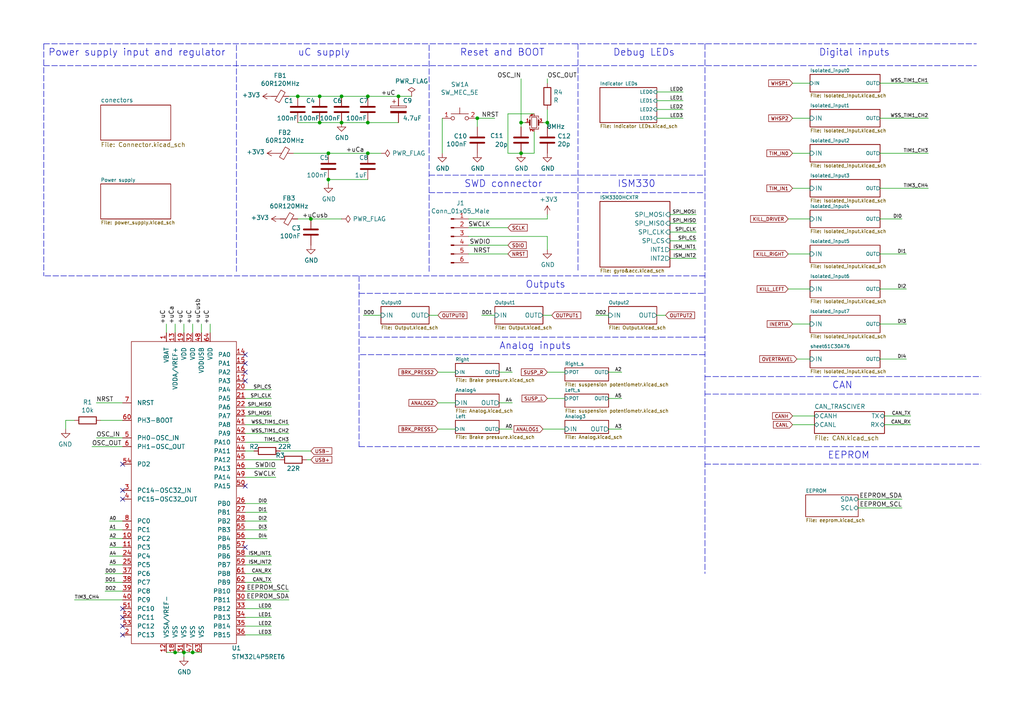
<source format=kicad_sch>
(kicad_sch (version 20211123) (generator eeschema)
  (paper "A4")
  (title_block (title "Data acquisition card main page"))
  (lib_symbols
    (symbol "Connector:Conn_01x06_Male" (pin_names (offset 1.016) hide)
      (property "Reference" "J" (at 0 7.62 0))
      (property "Value" "Conn_01x06_Male" (at 0 -10.16 0))
      (symbol "Conn_01x06_Male_1_1"
        (polyline (pts (xy 1.27 -7.62) (xy 0.8636 -7.62)) (stroke (width 0.1524)))
        (polyline (pts (xy 1.27 -5.08) (xy 0.8636 -5.08)) (stroke (width 0.1524)))
        (polyline (pts (xy 1.27 -2.54) (xy 0.8636 -2.54)) (stroke (width 0.1524)))
        (polyline (pts (xy 1.27 0) (xy 0.8636 0)) (stroke (width 0.1524)))
        (polyline (pts (xy 1.27 2.54) (xy 0.8636 2.54)) (stroke (width 0.1524)))
        (polyline (pts (xy 1.27 5.08) (xy 0.8636 5.08)) (stroke (width 0.1524)))
        (rectangle (start 0.8636 -7.493) (end 0 -7.747) (stroke (width 0.1524)) (fill (type outline)))
        (rectangle (start 0.8636 -4.953) (end 0 -5.207) (stroke (width 0.1524)) (fill (type outline)))
        (rectangle (start 0.8636 -2.413) (end 0 -2.667) (stroke (width 0.1524)) (fill (type outline)))
        (rectangle (start 0.8636 0.127) (end 0 -0.127) (stroke (width 0.1524)) (fill (type outline)))
        (rectangle (start 0.8636 2.667) (end 0 2.413) (stroke (width 0.1524)) (fill (type outline)))
        (rectangle (start 0.8636 5.207) (end 0 4.953) (stroke (width 0.1524)) (fill (type outline)))
        (pin passive line (at 5.08 5.08 180) (length 3.81) (name "Pin_1") (number "1"))
        (pin passive line (at 5.08 2.54 180) (length 3.81) (name "Pin_2") (number "2"))
        (pin passive line (at 5.08 0 180) (length 3.81) (name "Pin_3") (number "3"))
        (pin passive line (at 5.08 -2.54 180) (length 3.81) (name "Pin_4") (number "4"))
        (pin passive line (at 5.08 -5.08 180) (length 3.81) (name "Pin_5") (number "5"))
        (pin passive line (at 5.08 -7.62 180) (length 3.81) (name "Pin_6") (number "6"))
      )
    )
    (symbol "Device:C" (pin_numbers hide) (pin_names (offset 0.254))
      (property "Reference" "C" (at 0.635 2.54 0))
      (property "Value" "C" (at 0.635 -2.54 0))
      (symbol "C_0_1"
        (polyline (pts (xy -2.032 -0.762) (xy 2.032 -0.762)) (stroke (width 0.508)))
        (polyline (pts (xy -2.032 0.762) (xy 2.032 0.762)) (stroke (width 0.508)))
      )
      (symbol "C_1_1"
        (pin passive line (at 0 3.81 270) (length 2.794) (name "~") (number "1"))
        (pin passive line (at 0 -3.81 90) (length 2.794) (name "~") (number "2"))
      )
    )
    (symbol "Device:Crystal_GND24_Small" (pin_names (offset 1.016) hide)
      (property "Reference" "Y" (at 1.27 4.445 0))
      (property "Value" "Crystal_GND24_Small" (at 1.27 2.54 0))
      (symbol "Crystal_GND24_Small_0_1"
        (rectangle (start -0.762 -1.524) (end 0.762 1.524))
        (polyline (pts (xy -1.27 -0.762) (xy -1.27 0.762)) (stroke (width 0.381)))
        (polyline (pts (xy 1.27 -0.762) (xy 1.27 0.762)) (stroke (width 0.381)))
        (polyline (pts (xy -1.27 -1.27) (xy -1.27 -1.905) (xy 1.27 -1.905) (xy 1.27 -1.27)))
        (polyline (pts (xy -1.27 1.27) (xy -1.27 1.905) (xy 1.27 1.905) (xy 1.27 1.27)))
      )
      (symbol "Crystal_GND24_Small_1_1"
        (pin passive line (at -2.54 0 0) (length 1.27) (name "1") (number "1"))
        (pin passive line (at 0 -2.54 90) (length 0.635) (name "2") (number "2"))
        (pin passive line (at 2.54 0 180) (length 1.27) (name "3") (number "3"))
        (pin passive line (at 0 2.54 270) (length 0.635) (name "4") (number "4"))
      )
    )
    (symbol "Device:R" (pin_numbers hide) (pin_names (offset 0))
      (property "Reference" "R" (at 2.032 0 90))
      (property "Value" "R" (at 0 0 90))
      (symbol "R_0_1"
        (rectangle (start -1.016 -2.54) (end 1.016 2.54) (stroke (width 0.254)))
      )
      (symbol "R_1_1"
        (pin passive line (at 0 3.81 270) (length 1.27) (name "~") (number "1"))
        (pin passive line (at 0 -3.81 90) (length 1.27) (name "~") (number "2"))
      )
    )
    (symbol "Switch:SW_Push_Dual_x2" (pin_names (offset 1.016) hide)
      (property "Reference" "SW" (at 1.27 2.54 0))
      (property "Value" "SW_Push_Dual_x2" (at 0 -1.524 0))
      (symbol "SW_Push_Dual_x2_0_1"
        (circle (center -2.032 0) (radius 0.508))
        (polyline (pts (xy 0 1.27) (xy 0 3.048)))
        (polyline (pts (xy 2.54 1.27) (xy -2.54 1.27)))
        (circle (center 2.032 0) (radius 0.508))
      )
      (symbol "SW_Push_Dual_x2_1_1"
        (pin passive line (at -5.08 0 0) (length 2.54) (name "C") (number "1"))
        (pin passive line (at 5.08 0 180) (length 2.54) (name "D") (number "2"))
      )
      (symbol "SW_Push_Dual_x2_2_1"
        (pin passive line (at -5.08 0 0) (length 2.54) (name "C") (number "3"))
        (pin passive line (at 5.08 0 180) (length 2.54) (name "D") (number "4"))
      )
    )
    (symbol "karta_pomiarowa_v2-rescue:+3.3V-power" (power) (pin_names (offset 0))
      (property "Value" "+3.3V-power" (at 0 3.556 0))
      (symbol "+3.3V-power_0_1"
        (polyline (pts (xy -0.762 1.27) (xy 0 2.54)))
        (polyline (pts (xy 0 0) (xy 0 2.54)))
        (polyline (pts (xy 0 2.54) (xy 0.762 1.27)))
      )
      (symbol "+3.3V-power_1_1"
        (pin power_in line (at 0 0 90) (length 0) hide (name "+3V3") (number "1"))
      )
    )
    (symbol "karta_pomiarowa_v2-rescue:CP-Device" (pin_numbers hide) (pin_names (offset 0.254))
      (property "Reference" "C" (at 0.635 2.54 0))
      (property "Value" "CP-Device" (at 0.635 -2.54 0))
      (symbol "CP-Device_0_1"
        (rectangle (start -2.286 0.508) (end 2.286 1.016))
        (polyline (pts (xy -1.778 2.286) (xy -0.762 2.286)))
        (polyline (pts (xy -1.27 2.794) (xy -1.27 1.778)))
        (rectangle (start 2.286 -0.508) (end -2.286 -1.016) (fill (type outline)))
      )
      (symbol "CP-Device_1_1"
        (pin passive line (at 0 3.81 270) (length 2.794) (name "~") (number "1"))
        (pin passive line (at 0 -3.81 90) (length 2.794) (name "~") (number "2"))
      )
    )
    (symbol "karta_pomiarowa_v2-rescue:Ferrite_Bead_Small-Device" (pin_numbers hide) (pin_names (offset 0))
      (property "Reference" "FB" (at 1.905 1.27 0))
      (property "Value" "Ferrite_Bead_Small-Device" (at 1.905 -1.27 0))
      (symbol "Ferrite_Bead_Small-Device_0_1"
        (polyline (pts (xy 0 -1.27) (xy 0 -0.7874)))
        (polyline (pts (xy 0 0.889) (xy 0 1.2954)))
        (polyline (pts (xy -1.8288 0.2794) (xy -1.1176 1.4986) (xy 1.8288 -0.2032) (xy 1.1176 -1.4224) (xy -1.8288 0.2794)))
      )
      (symbol "Ferrite_Bead_Small-Device_1_1"
        (pin passive line (at 0 2.54 270) (length 1.27) (name "~") (number "1"))
        (pin passive line (at 0 -2.54 90) (length 1.27) (name "~") (number "2"))
      )
    )
    (symbol "karta_pomiarowa_v2-rescue:STM32L4P5RET6-STM32L4P5RET6" (pin_names (offset 1.6256))
      (property "Reference" "U" (at 0 -55.88 0))
      (property "Value" "STM32L4P5RET6-STM32L4P5RET6" (at 0 -59.69 0))
      (symbol "STM32L4P5RET6-STM32L4P5RET6_0_0"
        (pin power_in line (at -5.08 44.45 270) (length 2.54) (name "VBAT") (number "1"))
        (pin bidirectional line (at -17.78 -15.24 0) (length 2.54) (name "PC2") (number "10"))
        (pin bidirectional line (at -17.78 -17.78 0) (length 2.54) (name "PC3") (number "11"))
        (pin power_out line (at -5.08 -48.26 90) (length 2.54) (name "VSSA/VREF-") (number "12"))
        (pin power_in line (at -2.54 44.45 270) (length 2.54) (name "VDDA/VREF+") (number "13"))
        (pin bidirectional line (at 17.78 38.1 180) (length 2.54) (name "PA0") (number "14"))
        (pin bidirectional line (at 17.78 35.56 180) (length 2.54) (name "PA1") (number "15"))
        (pin bidirectional line (at 17.78 33.02 180) (length 2.54) (name "PA2") (number "16"))
        (pin bidirectional line (at 17.78 30.48 180) (length 2.54) (name "PA3") (number "17"))
        (pin power_in line (at -2.54 -48.26 90) (length 2.54) (name "VSS") (number "18"))
        (pin power_in line (at 0 44.45 270) (length 2.54) (name "VDD") (number "19"))
        (pin bidirectional line (at -17.78 -43.18 0) (length 2.54) (name "PC13") (number "2"))
        (pin bidirectional line (at 17.78 27.94 180) (length 2.54) (name "PA4") (number "20"))
        (pin bidirectional line (at 17.78 25.4 180) (length 2.54) (name "PA5") (number "21"))
        (pin bidirectional line (at 17.78 22.86 180) (length 2.54) (name "PA6") (number "22"))
        (pin bidirectional line (at 17.78 20.32 180) (length 2.54) (name "PA7") (number "23"))
        (pin bidirectional line (at -17.78 -20.32 0) (length 2.54) (name "PC4") (number "24"))
        (pin bidirectional line (at -17.78 -22.86 0) (length 2.54) (name "PC5") (number "25"))
        (pin bidirectional line (at 17.78 -5.08 180) (length 2.54) (name "PB0") (number "26"))
        (pin bidirectional line (at 17.78 -7.62 180) (length 2.54) (name "PB1") (number "27"))
        (pin bidirectional line (at 17.78 -10.16 180) (length 2.54) (name "PB2") (number "28"))
        (pin bidirectional line (at 17.78 -30.48 180) (length 2.54) (name "PB10") (number "29"))
        (pin bidirectional line (at -17.78 -1.27 0) (length 2.54) (name "PC14-OSC32_IN") (number "3"))
        (pin bidirectional line (at 17.78 -33.02 180) (length 2.54) (name "PB11") (number "30"))
        (pin power_in line (at 0 -48.26 90) (length 2.54) (name "VSS") (number "31"))
        (pin power_in line (at 2.54 44.45 270) (length 2.54) (name "VDD") (number "32"))
        (pin bidirectional line (at 17.78 -35.56 180) (length 2.54) (name "PB12") (number "33"))
        (pin bidirectional line (at 17.78 -38.1 180) (length 2.54) (name "PB13") (number "34"))
        (pin bidirectional line (at 17.78 -40.64 180) (length 2.54) (name "PB14") (number "35"))
        (pin bidirectional line (at 17.78 -43.18 180) (length 2.54) (name "PB15") (number "36"))
        (pin bidirectional line (at -17.78 -25.4 0) (length 2.54) (name "PC6") (number "37"))
        (pin bidirectional line (at -17.78 -27.94 0) (length 2.54) (name "PC7") (number "38"))
        (pin bidirectional line (at -17.78 -30.48 0) (length 2.54) (name "PC8") (number "39"))
        (pin bidirectional line (at -17.78 -3.81 0) (length 2.54) (name "PC15-OSC32_OUT") (number "4"))
        (pin bidirectional line (at -17.78 -33.02 0) (length 2.54) (name "PC9") (number "40"))
        (pin bidirectional line (at 17.78 17.78 180) (length 2.54) (name "PA8") (number "41"))
        (pin bidirectional line (at 17.78 15.24 180) (length 2.54) (name "PA9") (number "42"))
        (pin bidirectional line (at 17.78 12.7 180) (length 2.54) (name "PA10") (number "43"))
        (pin bidirectional line (at 17.78 10.16 180) (length 2.54) (name "PA11") (number "44"))
        (pin bidirectional line (at 17.78 7.62 180) (length 2.54) (name "PA12") (number "45"))
        (pin bidirectional line (at 17.78 5.08 180) (length 2.54) (name "PA13") (number "46"))
        (pin power_in line (at 2.54 -48.26 90) (length 2.54) (name "VSS") (number "47"))
        (pin power_in line (at 5.08 44.45 270) (length 2.54) (name "VDDUSB") (number "48"))
        (pin bidirectional line (at 17.78 2.54 180) (length 2.54) (name "PA14") (number "49"))
        (pin bidirectional line (at -17.78 13.97 0) (length 2.54) (name "PH0-OSC_IN") (number "5"))
        (pin bidirectional line (at 17.78 0 180) (length 2.54) (name "PA15") (number "50"))
        (pin bidirectional line (at -17.78 -35.56 0) (length 2.54) (name "PC10") (number "51"))
        (pin bidirectional line (at -17.78 -38.1 0) (length 2.54) (name "PC11") (number "52"))
        (pin bidirectional line (at -17.78 -40.64 0) (length 2.54) (name "PC12") (number "53"))
        (pin bidirectional line (at -17.78 6.35 0) (length 2.54) (name "PD2") (number "54"))
        (pin bidirectional line (at 17.78 -12.7 180) (length 2.54) (name "PB3") (number "55"))
        (pin bidirectional line (at 17.78 -15.24 180) (length 2.54) (name "PB4") (number "56"))
        (pin bidirectional line (at 17.78 -17.78 180) (length 2.54) (name "PB5") (number "57"))
        (pin bidirectional line (at 17.78 -20.32 180) (length 2.54) (name "PB6") (number "58"))
        (pin bidirectional line (at 17.78 -22.86 180) (length 2.54) (name "PB7") (number "59"))
        (pin bidirectional line (at -17.78 11.43 0) (length 2.54) (name "PH1-OSC_OUT") (number "6"))
        (pin bidirectional line (at -17.78 19.05 0) (length 2.54) (name "PH3-BOOT") (number "60"))
        (pin bidirectional line (at 17.78 -25.4 180) (length 2.54) (name "PB8") (number "61"))
        (pin bidirectional line (at 17.78 -27.94 180) (length 2.54) (name "PB9") (number "62"))
        (pin power_in line (at 5.08 -48.26 90) (length 2.54) (name "VSS") (number "63"))
        (pin power_in line (at 7.62 44.45 270) (length 2.54) (name "VDD") (number "64"))
        (pin bidirectional line (at -17.78 24.13 0) (length 2.54) (name "NRST") (number "7"))
        (pin bidirectional line (at -17.78 -10.16 0) (length 2.54) (name "PC0") (number "8"))
        (pin bidirectional line (at -17.78 -12.7 0) (length 2.54) (name "PC1") (number "9"))
      )
      (symbol "STM32L4P5RET6-STM32L4P5RET6_0_1"
        (rectangle (start 15.24 41.91) (end -15.24 -45.72))
      )
    )
    (symbol "power:GND" (power) (pin_names (offset 0))
      (property "Value" "GND" (at 0 -3.81 0))
      (symbol "GND_0_1"
        (polyline (pts (xy 0 0) (xy 0 -1.27) (xy 1.27 -1.27) (xy 0 -2.54) (xy -1.27 -1.27) (xy 0 -1.27)))
      )
      (symbol "GND_1_1"
        (pin power_in line (at 0 0 270) (length 0) hide (name "GND") (number "1"))
      )
    )
    (symbol "power:PWR_FLAG" (power) (pin_numbers hide) (pin_names (offset 0) hide)
      (property "Value" "PWR_FLAG" (at 0 3.81 0))
      (symbol "PWR_FLAG_0_0"
        (pin power_out line (at 0 0 90) (length 0) (name "pwr") (number "1"))
      )
      (symbol "PWR_FLAG_0_1"
        (polyline (pts (xy 0 0) (xy 0 1.27) (xy -1.016 1.905) (xy 0 2.54) (xy 1.016 1.905) (xy 0 1.27)))
      )
    )
  )
  (junction (at 95.25 44.45))
  (junction (at 106.68 27.94))
  (junction (at 55.88 189.23))
  (junction (at 99.06 27.94))
  (junction (at 92.71 35.56))
  (junction (at 90.17 63.5))
  (junction (at 99.06 35.56))
  (junction (at 158.75 35.56))
  (junction (at 50.8 189.23))
  (junction (at 95.25 52.07))
  (junction (at 92.71 27.94))
  (junction (at 53.34 189.23))
  (junction (at 151.13 35.56))
  (junction (at 138.43 34.29))
  (junction (at 86.36 27.94))
  (junction (at 106.68 35.56))
  (junction (at 151.13 44.45))
  (junction (at 115.57 27.94))
  (junction (at 106.68 44.45))
  (no_connect (at 35.56 181.61))
  (no_connect (at 35.56 184.15))
  (no_connect (at 71.12 158.75))
  (no_connect (at 35.56 142.24))
  (no_connect (at 35.56 176.53))
  (no_connect (at 71.12 105.41))
  (no_connect (at 35.56 144.78))
  (no_connect (at 71.12 107.95))
  (no_connect (at 71.12 102.87))
  (no_connect (at 71.12 110.49))
  (no_connect (at 35.56 134.62))
  (no_connect (at 35.56 179.07))
  (no_connect (at 71.12 140.97))
  (wire (pts (xy 71.12 179.07) (xy 78.74 179.07)))
  (polyline (pts (xy 12.7 19.05) (xy 283.21 19.05)))
  (wire (pts (xy 92.71 27.94) (xy 99.06 27.94)))
  (wire (pts (xy 190.5 34.29) (xy 198.12 34.29)))
  (wire (pts (xy 147.32 33.02) (xy 147.32 44.45)))
  (wire (pts (xy 53.34 189.23) (xy 53.34 190.5)))
  (wire (pts (xy 119.38 27.94) (xy 115.57 27.94)))
  (wire (pts (xy 95.25 44.45) (xy 106.68 44.45)))
  (polyline (pts (xy 204.47 114.3) (xy 284.48 114.3)))
  (wire (pts (xy 35.56 156.21) (xy 31.75 156.21)))
  (wire (pts (xy 190.5 31.75) (xy 198.12 31.75)))
  (wire (pts (xy 135.89 63.5) (xy 158.75 63.5)))
  (wire (pts (xy 158.75 35.56) (xy 158.75 31.75)))
  (wire (pts (xy 92.71 35.56) (xy 99.06 35.56)))
  (wire (pts (xy 35.56 168.91) (xy 30.48 168.91)))
  (wire (pts (xy 194.31 67.31) (xy 201.93 67.31)))
  (wire (pts (xy 147.32 44.45) (xy 151.13 44.45)))
  (wire (pts (xy 71.12 168.91) (xy 78.74 168.91)))
  (wire (pts (xy 194.31 64.77) (xy 201.93 64.77)))
  (wire (pts (xy 90.17 63.5) (xy 99.06 63.5)))
  (wire (pts (xy 176.53 107.95) (xy 180.34 107.95)))
  (wire (pts (xy 255.27 44.45) (xy 269.24 44.45)))
  (polyline (pts (xy 104.14 129.54) (xy 284.48 129.54)))
  (wire (pts (xy 144.78 116.84) (xy 148.59 116.84)))
  (wire (pts (xy 77.47 156.21) (xy 71.12 156.21)))
  (wire (pts (xy 234.95 24.13) (xy 229.87 24.13)))
  (wire (pts (xy 264.16 123.19) (xy 256.54 123.19)))
  (wire (pts (xy 229.87 44.45) (xy 234.95 44.45)))
  (wire (pts (xy 248.92 147.32) (xy 261.62 147.32)))
  (wire (pts (xy 255.27 73.66) (xy 262.89 73.66)))
  (wire (pts (xy 35.56 161.29) (xy 31.75 161.29)))
  (polyline (pts (xy 167.64 12.7) (xy 167.64 78.74)))
  (wire (pts (xy 127 124.46) (xy 132.08 124.46)))
  (wire (pts (xy 106.68 52.07) (xy 95.25 52.07)))
  (wire (pts (xy 110.49 44.45) (xy 106.68 44.45)))
  (polyline (pts (xy 204.47 102.87) (xy 104.14 102.87)))
  (wire (pts (xy 228.6 73.66) (xy 234.95 73.66)))
  (wire (pts (xy 158.75 115.57) (xy 163.83 115.57)))
  (wire (pts (xy 228.6 63.5) (xy 234.95 63.5)))
  (wire (pts (xy 115.57 27.94) (xy 106.68 27.94)))
  (wire (pts (xy 151.13 35.56) (xy 151.13 36.83)))
  (polyline (pts (xy 124.46 55.88) (xy 204.47 55.88)))
  (wire (pts (xy 128.27 34.29) (xy 128.27 44.45)))
  (wire (pts (xy 77.47 146.05) (xy 71.12 146.05)))
  (wire (pts (xy 190.5 26.67) (xy 198.12 26.67)))
  (wire (pts (xy 261.62 63.5) (xy 255.27 63.5)))
  (polyline (pts (xy 204.47 80.01) (xy 12.7 80.01)))
  (wire (pts (xy 158.75 24.13) (xy 158.75 22.86)))
  (wire (pts (xy 229.87 54.61) (xy 234.95 54.61)))
  (wire (pts (xy 158.75 36.83) (xy 158.75 35.56)))
  (wire (pts (xy 71.12 120.65) (xy 78.74 120.65)))
  (wire (pts (xy 255.27 24.13) (xy 269.24 24.13)))
  (wire (pts (xy 157.48 124.46) (xy 163.83 124.46)))
  (wire (pts (xy 255.27 83.82) (xy 262.89 83.82)))
  (polyline (pts (xy 104.14 80.01) (xy 104.14 129.54)))
  (wire (pts (xy 157.48 35.56) (xy 158.75 35.56)))
  (wire (pts (xy 27.94 127) (xy 35.56 127)))
  (wire (pts (xy 135.89 73.66) (xy 147.32 73.66)))
  (wire (pts (xy 26.67 129.54) (xy 35.56 129.54)))
  (polyline (pts (xy 12.7 12.7) (xy 283.21 12.7)))
  (wire (pts (xy 106.68 27.94) (xy 99.06 27.94)))
  (wire (pts (xy 158.75 62.23) (xy 158.75 63.5)))
  (wire (pts (xy 55.88 93.98) (xy 55.88 96.52)))
  (wire (pts (xy 154.94 33.02) (xy 147.32 33.02)))
  (wire (pts (xy 71.12 118.11) (xy 78.74 118.11)))
  (wire (pts (xy 158.75 107.95) (xy 163.83 107.95)))
  (polyline (pts (xy 104.14 85.09) (xy 204.47 85.09)))
  (wire (pts (xy 194.31 62.23) (xy 201.93 62.23)))
  (wire (pts (xy 71.12 171.45) (xy 83.82 171.45)))
  (wire (pts (xy 127 116.84) (xy 132.08 116.84)))
  (wire (pts (xy 127 107.95) (xy 132.08 107.95)))
  (wire (pts (xy 138.43 34.29) (xy 138.43 36.83)))
  (wire (pts (xy 90.17 133.35) (xy 88.9 133.35)))
  (wire (pts (xy 77.47 151.13) (xy 71.12 151.13)))
  (wire (pts (xy 35.56 171.45) (xy 30.48 171.45)))
  (wire (pts (xy 194.31 69.85) (xy 201.93 69.85)))
  (wire (pts (xy 53.34 189.23) (xy 50.8 189.23)))
  (wire (pts (xy 27.94 116.84) (xy 35.56 116.84)))
  (wire (pts (xy 229.87 34.29) (xy 234.95 34.29)))
  (wire (pts (xy 152.4 35.56) (xy 151.13 35.56)))
  (wire (pts (xy 71.12 176.53) (xy 78.74 176.53)))
  (wire (pts (xy 143.51 91.44) (xy 139.7 91.44)))
  (wire (pts (xy 81.28 133.35) (xy 71.12 133.35)))
  (wire (pts (xy 83.82 125.73) (xy 71.12 125.73)))
  (wire (pts (xy 90.17 130.81) (xy 81.28 130.81)))
  (wire (pts (xy 135.89 68.58) (xy 158.75 68.58)))
  (wire (pts (xy 95.25 53.34) (xy 95.25 52.07)))
  (wire (pts (xy 190.5 29.21) (xy 198.12 29.21)))
  (wire (pts (xy 71.12 135.89) (xy 80.01 135.89)))
  (wire (pts (xy 229.87 93.98) (xy 234.95 93.98)))
  (wire (pts (xy 71.12 128.27) (xy 83.82 128.27)))
  (wire (pts (xy 71.12 184.15) (xy 78.74 184.15)))
  (wire (pts (xy 35.56 153.67) (xy 31.75 153.67)))
  (wire (pts (xy 176.53 91.44) (xy 172.72 91.44)))
  (wire (pts (xy 256.54 120.65) (xy 264.16 120.65)))
  (wire (pts (xy 53.34 96.52) (xy 53.34 93.98)))
  (wire (pts (xy 231.14 104.14) (xy 234.95 104.14)))
  (wire (pts (xy 160.02 91.44) (xy 157.48 91.44)))
  (wire (pts (xy 73.66 130.81) (xy 71.12 130.81)))
  (wire (pts (xy 35.56 158.75) (xy 31.75 158.75)))
  (wire (pts (xy 71.12 163.83) (xy 78.74 163.83)))
  (wire (pts (xy 86.36 27.94) (xy 92.71 27.94)))
  (wire (pts (xy 248.92 144.78) (xy 261.62 144.78)))
  (polyline (pts (xy 12.7 12.7) (xy 12.7 80.01)))
  (wire (pts (xy 193.04 91.44) (xy 190.5 91.44)))
  (wire (pts (xy 78.74 166.37) (xy 71.12 166.37)))
  (wire (pts (xy 60.96 93.98) (xy 60.96 96.52)))
  (wire (pts (xy 71.12 113.03) (xy 78.74 113.03)))
  (wire (pts (xy 110.49 91.44) (xy 105.41 91.44)))
  (polyline (pts (xy 124.46 50.8) (xy 204.47 50.8)))
  (wire (pts (xy 255.27 93.98) (xy 262.89 93.98)))
  (wire (pts (xy 48.26 93.98) (xy 48.26 96.52)))
  (wire (pts (xy 21.59 121.92) (xy 19.05 121.92)))
  (wire (pts (xy 86.36 27.94) (xy 83.82 27.94)))
  (wire (pts (xy 154.94 44.45) (xy 151.13 44.45)))
  (wire (pts (xy 176.53 115.57) (xy 180.34 115.57)))
  (wire (pts (xy 83.82 123.19) (xy 71.12 123.19)))
  (wire (pts (xy 255.27 34.29) (xy 269.24 34.29)))
  (polyline (pts (xy 204.47 97.79) (xy 104.14 97.79)))
  (wire (pts (xy 29.21 121.92) (xy 35.56 121.92)))
  (wire (pts (xy 71.12 161.29) (xy 78.74 161.29)))
  (wire (pts (xy 50.8 189.23) (xy 48.26 189.23)))
  (wire (pts (xy 71.12 138.43) (xy 80.01 138.43)))
  (wire (pts (xy 19.05 121.92) (xy 19.05 124.46)))
  (wire (pts (xy 58.42 189.23) (xy 55.88 189.23)))
  (wire (pts (xy 194.31 72.39) (xy 201.93 72.39)))
  (wire (pts (xy 255.27 54.61) (xy 269.24 54.61)))
  (wire (pts (xy 35.56 166.37) (xy 30.48 166.37)))
  (wire (pts (xy 71.12 115.57) (xy 78.74 115.57)))
  (wire (pts (xy 144.78 124.46) (xy 148.59 124.46)))
  (wire (pts (xy 255.27 104.14) (xy 262.89 104.14)))
  (wire (pts (xy 99.06 35.56) (xy 106.68 35.56)))
  (wire (pts (xy 35.56 163.83) (xy 31.75 163.83)))
  (polyline (pts (xy 204.47 12.7) (xy 204.47 166.37)))
  (wire (pts (xy 151.13 22.86) (xy 151.13 35.56)))
  (wire (pts (xy 71.12 173.99) (xy 83.82 173.99)))
  (wire (pts (xy 106.68 35.56) (xy 115.57 35.56)))
  (wire (pts (xy 77.47 153.67) (xy 71.12 153.67)))
  (wire (pts (xy 147.32 71.12) (xy 135.89 71.12)))
  (wire (pts (xy 50.8 96.52) (xy 50.8 93.98)))
  (wire (pts (xy 194.31 74.93) (xy 201.93 74.93)))
  (wire (pts (xy 229.87 123.19) (xy 236.22 123.19)))
  (wire (pts (xy 35.56 173.99) (xy 21.59 173.99)))
  (wire (pts (xy 135.89 66.04) (xy 147.32 66.04)))
  (wire (pts (xy 58.42 93.98) (xy 58.42 96.52)))
  (wire (pts (xy 55.88 189.23) (xy 53.34 189.23)))
  (wire (pts (xy 35.56 151.13) (xy 31.75 151.13)))
  (wire (pts (xy 143.51 34.29) (xy 138.43 34.29)))
  (wire (pts (xy 236.22 120.65) (xy 229.87 120.65)))
  (wire (pts (xy 228.6 83.82) (xy 234.95 83.82)))
  (polyline (pts (xy 204.47 134.62) (xy 284.48 134.62)))
  (wire (pts (xy 154.94 38.1) (xy 154.94 44.45)))
  (polyline (pts (xy 68.58 78.74) (xy 68.58 12.7)))
  (wire (pts (xy 144.78 107.95) (xy 148.59 107.95)))
  (wire (pts (xy 77.47 148.59) (xy 71.12 148.59)))
  (wire (pts (xy 90.17 63.5) (xy 86.36 63.5)))
  (polyline (pts (xy 204.47 109.22) (xy 284.48 109.22)))
  (wire (pts (xy 71.12 181.61) (xy 78.74 181.61)))
  (wire (pts (xy 86.36 35.56) (xy 92.71 35.56)))
  (wire (pts (xy 158.75 72.39) (xy 158.75 68.58)))
  (polyline (pts (xy 124.46 78.74) (xy 124.46 12.7)))
  (wire (pts (xy 127 91.44) (xy 124.46 91.44)))
  (wire (pts (xy 176.53 124.46) (xy 180.34 124.46)))
  (wire (pts (xy 85.09 44.45) (xy 95.25 44.45)))
  (text "ISM330" (at 179.07 54.61 0) (effects (font (size 2.0066 2.0066)) (justify left bottom)))
  (text "CAN" (at 241.3 113.03 0) (effects (font (size 2.0066 2.0066)) (justify left bottom)))
  (text "Digital inputs" (at 237.49 16.51 0) (effects (font (size 2.0066 2.0066)) (justify left bottom)))
  (text "Power supply input and regulator" (at 13.97 16.51 0) (effects (font (size 2.0066 2.0066)) (justify left bottom)))
  (text "SWD connector" (at 134.62 54.61 0) (effects (font (size 2.0066 2.0066)) (justify left bottom)))
  (text "uC supply" (at 86.36 16.51 0) (effects (font (size 2.0066 2.0066)) (justify left bottom)))
  (text "Outputs" (at 152.4 83.82 0) (effects (font (size 2.0066 2.0066)) (justify left bottom)))
  (text "EEPROM" (at 240.03 133.35 0) (effects (font (size 2.0066 2.0066)) (justify left bottom)))
  (text "Reset and BOOT" (at 133.35 16.51 0) (effects (font (size 2.0066 2.0066)) (justify left bottom)))
  (text "Debug LEDs" (at 177.8 16.51 0) (effects (font (size 2.0066 2.0066)) (justify left bottom)))
  (text "Analog inputs\n" (at 144.78 101.6 0) (effects (font (size 2.0066 2.0066)) (justify left bottom)))
  (label "ISM_INT1" (at 201.93 72.39 180) (effects (font (size 0.9906 0.9906))))
  (label "LED3" (at 198.12 34.29 180) (effects (font (size 0.9906 0.9906))))
  (label "CAN_RX" (at 264.16 123.19 180) (effects (font (size 0.9906 0.9906))))
  (label "SWDIO" (at 142.24 71.12 180))
  (label "A1" (at 31.75 153.67 0) (effects (font (size 0.9906 0.9906))))
  (label "OSC_OUT" (at 158.75 22.86 0))
  (label "SPI_MISO" (at 78.74 118.11 180) (effects (font (size 0.9906 0.9906))))
  (label "OSC_OUT" (at 26.67 129.54 0))
  (label "+uCusb" (at 87.63 63.5 0))
  (label "TIM3_CH4" (at 21.59 173.99 0) (effects (font (size 0.9906 0.9906))))
  (label "LED1" (at 78.74 179.07 180) (effects (font (size 0.9906 0.9906))))
  (label "DI1" (at 262.89 73.66 180) (effects (font (size 0.9906 0.9906))))
  (label "A5" (at 31.75 163.83 0) (effects (font (size 0.9906 0.9906))))
  (label "SPI_MOSI" (at 78.74 120.65 180) (effects (font (size 0.9906 0.9906))))
  (label "NRST" (at 27.94 116.84 0))
  (label "+uCa" (at 50.8 93.98 90))
  (label "SPI_CS" (at 78.74 113.03 180) (effects (font (size 0.9906 0.9906))))
  (label "CAN_TX" (at 78.74 168.91 180) (effects (font (size 0.9906 0.9906))))
  (label "A5" (at 180.34 115.57 180) (effects (font (size 0.9906 0.9906))))
  (label "SPI_MOSI" (at 201.93 62.23 180) (effects (font (size 0.9906 0.9906))))
  (label "+uCa" (at 100.33 44.45 0))
  (label "SPI_MISO" (at 201.93 64.77 180) (effects (font (size 0.9906 0.9906))))
  (label "DI0" (at 261.62 63.5 180) (effects (font (size 0.9906 0.9906))))
  (label "OSC_IN" (at 27.94 127 0))
  (label "DI4" (at 77.47 156.21 180) (effects (font (size 0.9906 0.9906))))
  (label "SWCLK" (at 142.24 66.04 180))
  (label "WSS_TIM1_CH2" (at 269.24 34.29 180) (effects (font (size 0.9906 0.9906))))
  (label "WSS_TIM1_CH2" (at 83.82 125.73 180) (effects (font (size 0.9906 0.9906))))
  (label "A4" (at 148.59 116.84 180) (effects (font (size 0.9906 0.9906))))
  (label "A3" (at 180.34 124.46 180) (effects (font (size 0.9906 0.9906))))
  (label "ISM_INT2" (at 78.74 163.83 180) (effects (font (size 0.9906 0.9906))))
  (label "DO2" (at 172.72 91.44 0) (effects (font (size 0.9906 0.9906))))
  (label "A0" (at 148.59 124.46 180) (effects (font (size 0.9906 0.9906))))
  (label "+uC" (at 110.49 27.94 0))
  (label "ISM_INT1" (at 78.74 161.29 180) (effects (font (size 0.9906 0.9906))))
  (label "TIM3_CH4" (at 269.24 54.61 180) (effects (font (size 0.9906 0.9906))))
  (label "+uC" (at 60.96 93.98 90))
  (label "DO1" (at 30.48 168.91 0) (effects (font (size 0.9906 0.9906))))
  (label "CAN_TX" (at 264.16 120.65 180) (effects (font (size 0.9906 0.9906))))
  (label "DO1" (at 139.7 91.44 0) (effects (font (size 0.9906 0.9906))))
  (label "NRST" (at 139.7 34.29 0))
  (label "LED0" (at 78.74 176.53 180) (effects (font (size 0.9906 0.9906))))
  (label "EEPROM_SCL" (at 83.82 171.45 180))
  (label "OSC_IN" (at 151.13 22.86 180))
  (label "+uC" (at 48.26 93.98 90))
  (label "NRST" (at 142.24 73.66 180))
  (label "SWDIO" (at 80.01 135.89 180))
  (label "+uC" (at 53.34 93.98 90))
  (label "+uC" (at 55.88 93.98 90))
  (label "A1" (at 148.59 107.95 180) (effects (font (size 0.9906 0.9906))))
  (label "CAN_RX" (at 78.74 166.37 180) (effects (font (size 0.9906 0.9906))))
  (label "SPI_CLK" (at 78.74 115.57 180) (effects (font (size 0.9906 0.9906))))
  (label "SWCLK" (at 80.01 138.43 180))
  (label "LED2" (at 78.74 181.61 180) (effects (font (size 0.9906 0.9906))))
  (label "A4" (at 31.75 161.29 0) (effects (font (size 0.9906 0.9906))))
  (label "DI2" (at 262.89 83.82 180) (effects (font (size 0.9906 0.9906))))
  (label "EEPROM_SDA" (at 261.62 144.78 180))
  (label "WSS_TIM1_CH1" (at 83.82 123.19 180) (effects (font (size 0.9906 0.9906))))
  (label "SPI_CS" (at 201.93 69.85 180) (effects (font (size 0.9906 0.9906))))
  (label "DO2" (at 30.48 171.45 0) (effects (font (size 0.9906 0.9906))))
  (label "DI0" (at 77.47 146.05 180) (effects (font (size 0.9906 0.9906))))
  (label "LED3" (at 78.74 184.15 180) (effects (font (size 0.9906 0.9906))))
  (label "DI3" (at 262.89 93.98 180) (effects (font (size 0.9906 0.9906))))
  (label "DI3" (at 77.47 153.67 180) (effects (font (size 0.9906 0.9906))))
  (label "EEPROM_SCL" (at 261.62 147.32 180))
  (label "LED2" (at 198.12 31.75 180) (effects (font (size 0.9906 0.9906))))
  (label "DI4" (at 262.89 104.14 180) (effects (font (size 0.9906 0.9906))))
  (label "LED0" (at 198.12 26.67 180) (effects (font (size 0.9906 0.9906))))
  (label "A3" (at 31.75 158.75 0) (effects (font (size 0.9906 0.9906))))
  (label "ISM_INT2" (at 201.93 74.93 180) (effects (font (size 0.9906 0.9906))))
  (label "TIM1_CH3" (at 83.82 128.27 180) (effects (font (size 0.9906 0.9906))))
  (label "A0" (at 31.75 151.13 0) (effects (font (size 0.9906 0.9906))))
  (label "+uCusb" (at 58.42 93.98 90))
  (label "DI2" (at 77.47 151.13 180) (effects (font (size 0.9906 0.9906))))
  (label "LED1" (at 198.12 29.21 180) (effects (font (size 0.9906 0.9906))))
  (label "DO0" (at 105.41 91.44 0) (effects (font (size 0.9906 0.9906))))
  (label "SPI_CLK" (at 201.93 67.31 180) (effects (font (size 0.9906 0.9906))))
  (label "EEPROM_SDA" (at 83.82 173.99 180))
  (label "A2" (at 31.75 156.21 0) (effects (font (size 0.9906 0.9906))))
  (label "DI1" (at 77.47 148.59 180) (effects (font (size 0.9906 0.9906))))
  (label "DO0" (at 30.48 166.37 0) (effects (font (size 0.9906 0.9906))))
  (label "A2" (at 180.34 107.95 180) (effects (font (size 0.9906 0.9906))))
  (label "TIM1_CH3" (at 269.24 44.45 180) (effects (font (size 0.9906 0.9906))))
  (label "WSS_TIM1_CH1" (at 269.24 24.13 180) (effects (font (size 0.9906 0.9906))))
  (global_label "NRST" (shape input) (at 147.32 73.66 0) (effects (font (size 0.9906 0.9906))) (property "Intersheet References" "${INTERSHEET_REFS}" (effects hide)))
  (global_label "SUSP_R" (shape input) (at 158.75 107.95 180) (effects (font (size 0.9906 0.9906))) (property "Intersheet References" "${INTERSHEET_REFS}" (effects hide)))
  (global_label "CANL" (shape input) (at 229.87 123.19 180) (effects (font (size 0.9906 0.9906))) (property "Intersheet References" "${INTERSHEET_REFS}" (effects hide)))
  (global_label "INERTIA" (shape input) (at 229.87 93.98 180) (effects (font (size 0.9906 0.9906))) (property "Intersheet References" "${INTERSHEET_REFS}" (effects hide)))
  (global_label "KILL_RIGHT" (shape input) (at 228.6 73.66 180) (effects (font (size 0.9906 0.9906))) (property "Intersheet References" "${INTERSHEET_REFS}" (effects hide)))
  (global_label "ANALOG2" (shape input) (at 127 116.84 180) (effects (font (size 0.9906 0.9906))) (property "Intersheet References" "${INTERSHEET_REFS}" (effects hide)))
  (global_label "OUTPUT1" (shape input) (at 160.02 91.44 0) (effects (font (size 0.9906 0.9906))) (property "Intersheet References" "${INTERSHEET_REFS}" (effects hide)))
  (global_label "USB+" (shape input) (at 90.17 133.35 0) (effects (font (size 0.9906 0.9906))) (property "Intersheet References" "${INTERSHEET_REFS}" (effects hide)))
  (global_label "SDIO" (shape input) (at 147.32 71.12 0) (effects (font (size 0.9906 0.9906))) (property "Intersheet References" "${INTERSHEET_REFS}" (effects hide)))
  (global_label "OUTPUT2" (shape input) (at 193.04 91.44 0) (effects (font (size 0.9906 0.9906))) (property "Intersheet References" "${INTERSHEET_REFS}" (effects hide)))
  (global_label "ANALOG1" (shape input) (at 157.48 124.46 180) (effects (font (size 0.9906 0.9906))) (property "Intersheet References" "${INTERSHEET_REFS}" (effects hide)))
  (global_label "TIM_IN1" (shape input) (at 229.87 54.61 180) (effects (font (size 0.9906 0.9906))) (property "Intersheet References" "${INTERSHEET_REFS}" (effects hide)))
  (global_label "USB-" (shape input) (at 90.17 130.81 0) (effects (font (size 0.9906 0.9906))) (property "Intersheet References" "${INTERSHEET_REFS}" (effects hide)))
  (global_label "SUSP_L" (shape input) (at 158.75 115.57 180) (effects (font (size 0.9906 0.9906))) (property "Intersheet References" "${INTERSHEET_REFS}" (effects hide)))
  (global_label "WHSP2" (shape input) (at 229.87 34.29 180) (effects (font (size 0.9906 0.9906))) (property "Intersheet References" "${INTERSHEET_REFS}" (effects hide)))
  (global_label "SCLK" (shape input) (at 147.32 66.04 0) (effects (font (size 0.9906 0.9906))) (property "Intersheet References" "${INTERSHEET_REFS}" (effects hide)))
  (global_label "CANH" (shape input) (at 229.87 120.65 180) (effects (font (size 0.9906 0.9906))) (property "Intersheet References" "${INTERSHEET_REFS}" (effects hide)))
  (global_label "WHSP1" (shape input) (at 229.87 24.13 180) (effects (font (size 0.9906 0.9906))) (property "Intersheet References" "${INTERSHEET_REFS}" (effects hide)))
  (global_label "OUTPUT0" (shape input) (at 127 91.44 0) (effects (font (size 0.9906 0.9906))) (property "Intersheet References" "${INTERSHEET_REFS}" (effects hide)))
  (global_label "BRK_PRESS2" (shape input) (at 127 107.95 180) (effects (font (size 0.9906 0.9906))) (property "Intersheet References" "${INTERSHEET_REFS}" (effects hide)))
  (global_label "BRK_PRESS1" (shape input) (at 127 124.46 180) (effects (font (size 0.9906 0.9906))) (property "Intersheet References" "${INTERSHEET_REFS}" (effects hide)))
  (global_label "KILL_DRIVER" (shape input) (at 228.6 63.5 180) (effects (font (size 0.9906 0.9906))) (property "Intersheet References" "${INTERSHEET_REFS}" (effects hide)))
  (global_label "TIM_IN0" (shape input) (at 229.87 44.45 180) (effects (font (size 0.9906 0.9906))) (property "Intersheet References" "${INTERSHEET_REFS}" (effects hide)))
  (global_label "KILL_LEFT" (shape input) (at 228.6 83.82 180) (effects (font (size 0.9906 0.9906))) (property "Intersheet References" "${INTERSHEET_REFS}" (effects hide)))
  (global_label "OVERTRAVEL" (shape input) (at 231.14 104.14 180) (effects (font (size 0.9906 0.9906))) (property "Intersheet References" "${INTERSHEET_REFS}" (effects hide)))
  (symbol (lib_id "Device:C") (at 86.36 31.75 0) (mirror y) (unit 1)
    (property "Reference" "C1" (at 85.09 29.21 0) (effects (justify left)))
    (property "Value" "100nF" (at 86.36 34.29 0) (effects (justify left)))
    (property "Footprint" "Capacitor_SMD:C_0603_1608Metric" (effects hide))
  )
  (symbol (lib_id "Device:C") (at 99.06 31.75 0) (unit 1)
    (property "Reference" "C6" (at 96.52 29.21 0) (effects (justify left)))
    (property "Value" "100nF" (at 92.71 34.29 0) (effects (justify left)))
    (property "Footprint" "Capacitor_SMD:C_0603_1608Metric" (effects hide))
  )
  (symbol (lib_id "karta_pomiarowa_v2-rescue:+3.3V-power") (at 78.74 27.94 90) (unit 1)
    (property "Reference" "#PWR03" (effects hide))
    (property "Value" "+3.3V" (at 75.4888 27.559 90) (effects (justify left)))
  )
  (symbol (lib_id "power:GND") (at 99.06 35.56 0) (unit 1)
    (property "Reference" "#PWR08" (effects hide))
    (property "Value" "GND" (at 99.187 39.9542 0))
  )
  (symbol (lib_id "karta_pomiarowa_v2-rescue:+3.3V-power") (at 80.01 44.45 90) (unit 1)
    (property "Reference" "#PWR04" (effects hide))
    (property "Value" "+3.3V" (at 76.7588 44.069 90) (effects (justify left)))
  )
  (symbol (lib_id "Device:C") (at 95.25 48.26 0) (unit 1)
    (property "Reference" "C5" (at 92.71 45.72 0) (effects (justify left)))
    (property "Value" "100nF" (at 88.9 50.8 0) (effects (justify left)))
    (property "Footprint" "Capacitor_SMD:C_0603_1608Metric" (effects hide))
  )
  (symbol (lib_id "power:GND") (at 95.25 53.34 0) (unit 1)
    (property "Reference" "#PWR07" (effects hide))
    (property "Value" "GND" (at 95.377 57.7342 0))
  )
  (symbol (lib_id "karta_pomiarowa_v2-rescue:Ferrite_Bead_Small-Device") (at 81.28 27.94 90) (unit 1)
    (property "Reference" "FB1" (at 81.28 21.9202 90))
    (property "Value" "60R120MHz" (at 81.28 24.2316 90))
    (property "Footprint" "Inductor_SMD:L_0603_1608Metric" (effects hide))
  )
  (symbol (lib_id "karta_pomiarowa_v2-rescue:Ferrite_Bead_Small-Device") (at 82.55 44.45 90) (unit 1)
    (property "Reference" "FB2" (at 82.55 38.4302 90))
    (property "Value" "60R120MHz" (at 82.55 40.7416 90))
    (property "Footprint" "Inductor_SMD:L_0603_1608Metric" (effects hide))
  )
  (symbol (lib_id "karta_pomiarowa_v2-rescue:CP-Device") (at 115.57 31.75 0) (unit 1)
    (property "Reference" "C9" (at 116.84 29.21 0) (effects (justify left)))
    (property "Value" "4.7uF" (at 116.84 34.29 0) (effects (justify left)))
    (property "Footprint" "Capacitor_SMD:C_0603_1608Metric" (effects hide))
  )
  (symbol (lib_id "karta_pomiarowa_v2-rescue:+3.3V-power") (at 158.75 62.23 0) (unit 1)
    (property "Reference" "#PWR013" (effects hide))
    (property "Value" "+3.3V" (at 159.131 57.8358 0))
  )
  (symbol (lib_id "power:GND") (at 158.75 72.39 0) (unit 1)
    (property "Reference" "#PWR014" (effects hide))
    (property "Value" "GND" (at 158.877 76.7842 0))
  )
  (symbol (lib_id "Connector:Conn_01x06_Male") (at 130.81 68.58 0) (unit 1)
    (property "Reference" "J1" (at 133.5532 58.9026 0))
    (property "Value" "Conn_01x05_Male" (at 133.5532 61.214 0))
    (property "Footprint" "Connector_PinSocket_2.54mm:PinSocket_1x06_P2.54mm_Vertical" (effects hide))
  )
  (symbol (lib_id "karta_pomiarowa_v2-rescue:+3.3V-power") (at 81.28 63.5 90) (unit 1)
    (property "Reference" "#PWR05" (effects hide))
    (property "Value" "+3.3V" (at 78.0288 63.119 90) (effects (justify left)))
  )
  (symbol (lib_id "karta_pomiarowa_v2-rescue:Ferrite_Bead_Small-Device") (at 83.82 63.5 90) (unit 1)
    (property "Reference" "FB3" (at 83.82 57.4802 90))
    (property "Value" "60R120MHz" (at 83.82 59.7916 90))
    (property "Footprint" "Inductor_SMD:L_0603_1608Metric" (effects hide))
  )
  (symbol (lib_id "Device:C") (at 90.17 67.31 0) (mirror y) (unit 1)
    (property "Reference" "C3" (at 87.249 66.1416 0) (effects (justify left)))
    (property "Value" "100nF" (at 87.249 68.453 0) (effects (justify left)))
    (property "Footprint" "Capacitor_SMD:C_0603_1608Metric" (effects hide))
  )
  (symbol (lib_id "power:GND") (at 90.17 71.12 0) (unit 1)
    (property "Reference" "#PWR06" (effects hide))
    (property "Value" "GND" (at 90.297 75.5142 0))
  )
  (symbol (lib_id "power:GND") (at 138.43 44.45 0) (unit 1)
    (property "Reference" "#PWR010" (effects hide))
    (property "Value" "GND" (at 138.557 48.8442 0))
  )
  (symbol (lib_id "Device:C") (at 138.43 40.64 0) (mirror y) (unit 1)
    (property "Reference" "C10" (at 135.509 39.4716 0) (effects (justify left)))
    (property "Value" "100nF" (at 135.509 41.783 0) (effects (justify left)))
    (property "Footprint" "Capacitor_SMD:C_0603_1608Metric" (effects hide))
  )
  (symbol (lib_id "power:GND") (at 128.27 44.45 0) (unit 1)
    (property "Reference" "#PWR09" (effects hide))
    (property "Value" "GND" (at 128.397 48.8442 0))
  )
  (symbol (lib_id "Device:C") (at 158.75 40.64 0) (unit 1)
    (property "Reference" "C12" (at 161.671 39.4716 0) (effects (justify left)))
    (property "Value" "20p" (at 161.671 41.783 0) (effects (justify left)))
    (property "Footprint" "Capacitor_SMD:C_0603_1608Metric" (effects hide))
  )
  (symbol (lib_id "Device:C") (at 151.13 40.64 0) (mirror x) (unit 1)
    (property "Reference" "C11" (at 146.05 39.37 0) (effects (justify right)))
    (property "Value" "20p" (at 147.32 41.91 0) (effects (justify right)))
    (property "Footprint" "Capacitor_SMD:C_0603_1608Metric" (effects hide))
  )
  (symbol (lib_id "power:GND") (at 151.13 44.45 0) (unit 1)
    (property "Reference" "#PWR011" (effects hide))
    (property "Value" "GND" (at 151.257 48.8442 0))
  )
  (symbol (lib_id "power:GND") (at 158.75 44.45 0) (unit 1)
    (property "Reference" "#PWR012" (effects hide))
    (property "Value" "GND" (at 158.877 48.8442 0))
  )
  (symbol (lib_id "Device:R") (at 158.75 27.94 0) (unit 1)
    (property "Reference" "R4" (at 160.528 26.7716 0) (effects (justify left)))
    (property "Value" "R" (at 160.528 29.083 0) (effects (justify left)))
    (property "Footprint" "Resistor_SMD:R_0603_1608Metric" (effects hide))
  )
  (symbol (lib_id "karta_pomiarowa_v2-rescue:STM32L4P5RET6-STM32L4P5RET6") (at 53.34 140.97 0) (unit 1)
    (property "Reference" "U1" (at 68.58 187.96 0))
    (property "Value" "STM32L4P5RET6" (at 74.93 190.5 0))
    (property "Footprint" "Package_QFP:LQFP-64_10x10mm_P0.5mm" (effects hide))
    (property "Datasheet" "https://www.st.com/en/microcontrollers-microprocessors/stm32l4p5re.html#documentation" (effects hide))
  )
  (symbol (lib_id "power:GND") (at 19.05 124.46 0) (mirror y) (unit 1)
    (property "Reference" "#PWR01" (effects hide))
    (property "Value" "GND" (at 18.923 128.8542 0))
  )
  (symbol (lib_id "Device:R") (at 25.4 121.92 270) (unit 1)
    (property "Reference" "R1" (at 25.4 116.6622 90))
    (property "Value" "10k" (at 25.4 118.9736 90))
    (property "Footprint" "Resistor_SMD:R_0603_1608Metric" (effects hide))
  )
  (symbol (lib_id "Device:Crystal_GND24_Small") (at 154.94 35.56 0) (unit 1)
    (property "Reference" "Y1" (effects hide))
    (property "Value" "8MHz" (at 158.5976 36.703 0) (effects (justify left)))
    (property "Footprint" "Crystal:Crystal_SMD_5032-4Pin_5.0x3.2mm" (effects hide))
    (property "Datasheet" "https://www.tme.eu/Document/a887f863d547643a986feb1a84bac6c0/abm3b.pdf" (effects hide))
  )
  (symbol (lib_id "Device:C") (at 106.68 48.26 0) (unit 1)
    (property "Reference" "C8" (at 104.14 45.72 0) (effects (justify left)))
    (property "Value" "1uF" (at 102.87 50.8 0) (effects (justify left)))
    (property "Footprint" "Capacitor_SMD:C_0603_1608Metric" (effects hide))
  )
  (symbol (lib_id "Device:C") (at 106.68 31.75 0) (unit 1)
    (property "Reference" "C7" (at 104.14 29.21 0) (effects (justify left)))
    (property "Value" "100nF" (at 100.33 34.29 0) (effects (justify left)))
    (property "Footprint" "Capacitor_SMD:C_0603_1608Metric" (effects hide))
  )
  (symbol (lib_id "power:GND") (at 53.34 190.5 0) (unit 1)
    (property "Reference" "#PWR02" (effects hide))
    (property "Value" "GND" (at 53.467 194.8942 0))
  )
  (symbol (lib_id "power:PWR_FLAG") (at 99.06 63.5 270) (unit 1)
    (property "Reference" "#FLG01" (effects hide))
    (property "Value" "PWR_FLAG" (at 102.3112 63.5 90) (effects (justify left)))
  )
  (symbol (lib_id "power:PWR_FLAG") (at 110.49 44.45 270) (unit 1)
    (property "Reference" "#FLG02" (effects hide))
    (property "Value" "PWR_FLAG" (at 113.7412 44.45 90) (effects (justify left)))
  )
  (symbol (lib_id "power:PWR_FLAG") (at 119.38 27.94 0) (unit 1)
    (property "Reference" "#FLG03" (effects hide))
    (property "Value" "PWR_FLAG" (at 119.38 23.5458 0))
  )
  (symbol (lib_id "Switch:SW_Push_Dual_x2") (at 133.35 34.29 0) (unit 1)
    (property "Reference" "SW1" (at 133.35 24.511 0))
    (property "Value" "SW_MEC_5E" (at 133.35 26.8224 0))
    (property "Footprint" "Button_Switch_SMD:SW_Push_1P1T_NO_6x6mm_H9.5mm" (effects hide))
    (property "Datasheet" "http://www.apem.com/int/index.php?controller=attachment&id_attachment=1371" (effects hide))
  )
  (symbol (lib_id "Device:R") (at 77.47 130.81 270) (unit 1)
    (property "Reference" "R2" (at 73.66 129.54 90))
    (property "Value" "22R" (at 82.55 129.54 90))
    (property "Footprint" "Resistor_SMD:R_0402_1005Metric" (effects hide))
  )
  (symbol (lib_id "Device:R") (at 85.09 133.35 270) (unit 1)
    (property "Reference" "R3" (at 81.28 132.08 90))
    (property "Value" "22R" (at 85.09 135.89 90))
    (property "Footprint" "Resistor_SMD:R_0402_1005Metric" (effects hide))
  )
  (symbol (lib_id "Device:C") (at 92.71 31.75 0) (mirror y) (unit 1)
    (property "Reference" "C4" (at 91.44 29.21 0) (effects (justify left)))
    (property "Value" "100nF" (at 92.71 34.29 0) (effects (justify left)))
    (property "Footprint" "Capacitor_SMD:C_0603_1608Metric" (effects hide))
  )
  (sheet (at 234.95 21.59) (size 20.32 5.08)
    (property "Sheet name" "Isolated_input0" (at 234.95 21.0181 0) (effects (font (size 0.9906 0.9906)) (justify left bottom)))
    (property "Sheet file" "Isolated_input.kicad_sch" (at 234.95 27.1428 0) (effects (font (size 0.9906 0.9906)) (justify left top)))
    (pin "IN" input (at 234.95 24.13 180) (effects (font (size 0.9906 0.9906))))
    (pin "OUT" output (at 255.27 24.13 0) (effects (font (size 0.9906 0.9906))))
  )
  (sheet (at 110.49 88.9) (size 13.97 5.08)
    (property "Sheet name" "Output0" (at 110.49 88.3281 0) (effects (font (size 0.9906 0.9906)) (justify left bottom)))
    (property "Sheet file" "Output.kicad_sch" (at 110.49 94.4528 0) (effects (font (size 0.9906 0.9906)) (justify left top)))
    (pin "IN" input (at 110.49 91.44 180))
    (pin "OUT" output (at 124.46 91.44 0))
  )
  (sheet (at 173.99 58.42) (size 20.32 19.05)
    (property "Sheet name" "ISM330DHCXTR" (at 173.99 57.8481 0) (effects (font (size 0.9906 0.9906)) (justify left bottom)))
    (property "Sheet file" "gyro&acc.kicad_sch" (at 173.99 77.9428 0) (effects (font (size 0.9906 0.9906)) (justify left top)))
    (pin "SPI_MOSI" input (at 194.31 62.23 0))
    (pin "SPI_CLK" input (at 194.31 67.31 0))
    (pin "SPI_CS" input (at 194.31 69.85 0))
    (pin "INT1" output (at 194.31 72.39 0))
    (pin "INT2" output (at 194.31 74.93 0))
    (pin "SPI_MISO" input (at 194.31 64.77 0))
  )
  (sheet (at 234.95 31.75) (size 20.32 5.08)
    (property "Sheet name" "Isolated_input1" (at 234.95 31.1781 0) (effects (font (size 0.9906 0.9906)) (justify left bottom)))
    (property "Sheet file" "Isolated_input.kicad_sch" (at 234.95 37.3028 0) (effects (font (size 0.9906 0.9906)) (justify left top)))
    (pin "IN" input (at 234.95 34.29 180))
    (pin "OUT" output (at 255.27 34.29 0) (effects (font (size 0.9906 0.9906))))
  )
  (sheet (at 234.95 41.91) (size 20.32 5.08)
    (property "Sheet name" "Isolated_input2" (at 234.95 41.3381 0) (effects (font (size 0.9906 0.9906)) (justify left bottom)))
    (property "Sheet file" "Isolated_input.kicad_sch" (at 234.95 47.4628 0) (effects (font (size 0.9906 0.9906)) (justify left top)))
    (pin "IN" input (at 234.95 44.45 180))
    (pin "OUT" output (at 255.27 44.45 0) (effects (font (size 0.9906 0.9906))))
  )
  (sheet (at 234.95 60.96) (size 20.32 5.08)
    (property "Sheet name" "Isolated_input4" (at 234.95 60.3881 0) (effects (font (size 0.9906 0.9906)) (justify left bottom)))
    (property "Sheet file" "Isolated_input.kicad_sch" (at 234.95 66.5128 0) (effects (font (size 0.9906 0.9906)) (justify left top)))
    (pin "IN" input (at 234.95 63.5 180))
    (pin "OUT" output (at 255.27 63.5 0) (effects (font (size 0.9906 0.9906))))
  )
  (sheet (at 234.95 71.12) (size 20.32 5.08)
    (property "Sheet name" "Isolated_input5" (at 234.95 70.5481 0) (effects (font (size 0.9906 0.9906)) (justify left bottom)))
    (property "Sheet file" "Isolated_input.kicad_sch" (at 234.95 76.6728 0) (effects (font (size 0.9906 0.9906)) (justify left top)))
    (pin "IN" input (at 234.95 73.66 180))
    (pin "OUT" output (at 255.27 73.66 0) (effects (font (size 0.9906 0.9906))))
  )
  (sheet (at 234.95 81.28) (size 20.32 5.08)
    (property "Sheet name" "Isolated_input6" (at 234.95 80.7081 0) (effects (font (size 0.9906 0.9906)) (justify left bottom)))
    (property "Sheet file" "Isolated_input.kicad_sch" (at 234.95 86.8328 0) (effects (font (size 0.9906 0.9906)) (justify left top)))
    (pin "IN" input (at 234.95 83.82 180))
    (pin "OUT" output (at 255.27 83.82 0) (effects (font (size 0.9906 0.9906))))
  )
  (sheet (at 234.95 52.07) (size 20.32 5.08)
    (property "Sheet name" "Isolated_input3" (at 234.95 51.4981 0) (effects (font (size 0.9906 0.9906)) (justify left bottom)))
    (property "Sheet file" "Isolated_input.kicad_sch" (at 234.95 57.6228 0) (effects (font (size 0.9906 0.9906)) (justify left top)))
    (pin "IN" input (at 234.95 54.61 180))
    (pin "OUT" output (at 255.27 54.61 0) (effects (font (size 0.9906 0.9906))))
  )
  (sheet (at 234.95 91.44) (size 20.32 5.08)
    (property "Sheet name" "Isolated_input7" (at 234.95 90.8681 0) (effects (font (size 0.9906 0.9906)) (justify left bottom)))
    (property "Sheet file" "Isolated_input.kicad_sch" (at 234.95 96.9928 0) (effects (font (size 0.9906 0.9906)) (justify left top)))
    (pin "IN" input (at 234.95 93.98 180))
    (pin "OUT" output (at 255.27 93.98 0) (effects (font (size 0.9906 0.9906))))
  )
  (sheet (at 143.51 88.9) (size 13.97 5.08)
    (property "Sheet name" "Output1" (at 143.51 88.3281 0) (effects (font (size 0.9906 0.9906)) (justify left bottom)))
    (property "Sheet file" "Output.kicad_sch" (at 143.51 94.4528 0) (effects (font (size 0.9906 0.9906)) (justify left top)))
    (pin "IN" input (at 143.51 91.44 180))
    (pin "OUT" output (at 157.48 91.44 0))
  )
  (sheet (at 176.53 88.9) (size 13.97 5.08)
    (property "Sheet name" "Output2" (at 176.53 88.3281 0) (effects (font (size 0.9906 0.9906)) (justify left bottom)))
    (property "Sheet file" "Output.kicad_sch" (at 176.53 94.4528 0) (effects (font (size 0.9906 0.9906)) (justify left top)))
    (pin "IN" input (at 176.53 91.44 180))
    (pin "OUT" output (at 190.5 91.44 0))
  )
  (sheet (at 233.68 143.51) (size 15.24 6.35)
    (property "Sheet name" "EEPROM" (at 233.68 142.9381 0) (effects (font (size 0.9906 0.9906)) (justify left bottom)))
    (property "Sheet file" "eeprom.kicad_sch" (at 233.68 150.3328 0) (effects (font (size 0.9906 0.9906)) (justify left top)))
    (pin "SDA" bidirectional (at 248.92 144.78 0))
    (pin "SCL" bidirectional (at 248.92 147.32 0))
  )
  (sheet (at 29.21 30.48) (size 20.32 10.16)
    (property "Sheet name" "conectors" (at 29.21 29.7684 0) (effects (justify left bottom)))
    (property "Sheet file" "Connector.kicad_sch" (at 29.21 41.2246 0) (effects (justify left top)))
  )
  (sheet (at 163.83 121.92) (size 12.7 3.81)
    (property "Sheet name" "Analog3" (at 163.83 121.3481 0) (effects (font (size 0.9906 0.9906)) (justify left bottom)))
    (property "Sheet file" "Analog.kicad_sch" (at 163.83 126.2028 0) (effects (font (size 0.9906 0.9906)) (justify left top)))
    (pin "IN" input (at 163.83 124.46 180))
    (pin "OUT" output (at 176.53 124.46 0))
  )
  (sheet (at 132.08 114.3) (size 12.7 3.81)
    (property "Sheet name" "Analog4" (at 132.08 113.7281 0) (effects (font (size 0.9906 0.9906)) (justify left bottom)))
    (property "Sheet file" "Analog.kicad_sch" (at 132.08 118.5828 0) (effects (font (size 0.9906 0.9906)) (justify left top)))
    (pin "IN" input (at 132.08 116.84 180))
    (pin "OUT" output (at 144.78 116.84 0))
  )
  (sheet (at 236.22 119.38) (size 20.32 6.35)
    (property "Sheet name" "CAN_TRASCIVER" (at 236.22 118.6684 0) (effects (justify left bottom)))
    (property "Sheet file" "CAN.kicad_sch" (at 236.22 126.3146 0) (effects (justify left top)))
    (pin "CANL" bidirectional (at 236.22 123.19 180))
    (pin "CANH" bidirectional (at 236.22 120.65 180))
    (pin "TX" bidirectional (at 256.54 120.65 0))
    (pin "RX" bidirectional (at 256.54 123.19 0))
  )
  (sheet (at 173.99 25.4) (size 16.51 10.16)
    (property "Sheet name" "Indicator LEDs" (at 173.99 24.8281 0) (effects (font (size 0.9906 0.9906)) (justify left bottom)))
    (property "Sheet file" "Indicator LEDs.kicad_sch" (at 173.99 36.0328 0) (effects (font (size 0.9906 0.9906)) (justify left top)))
    (pin "LED0" input (at 190.5 26.67 0) (effects (font (size 0.9906 0.9906))))
    (pin "LED1" input (at 190.5 29.21 0) (effects (font (size 0.9906 0.9906))))
    (pin "LED2" input (at 190.5 31.75 0) (effects (font (size 0.9906 0.9906))))
    (pin "LED3" input (at 190.5 34.29 0) (effects (font (size 0.9906 0.9906))))
  )
  (sheet (at 29.21 53.34) (size 20.32 10.16)
    (property "Sheet name" "Power supply" (at 29.21 52.7681 0) (effects (font (size 0.9906 0.9906)) (justify left bottom)))
    (property "Sheet file" "power_supply.kicad_sch" (at 29.21 63.9728 0) (effects (font (size 0.9906 0.9906)) (justify left top)))
  )
  (sheet (at 234.95 101.6) (size 20.32 5.08)
    (property "Sheet name" "sheet61C30A76" (at 234.95 101.0281 0) (effects (font (size 0.9906 0.9906)) (justify left bottom)))
    (property "Sheet file" "Isolated_input.kicad_sch" (at 234.95 107.1528 0) (effects (font (size 0.9906 0.9906)) (justify left top)))
    (pin "IN" input (at 234.95 104.14 180))
    (pin "OUT" output (at 255.27 104.14 0) (effects (font (size 0.9906 0.9906))))
  )
  (sheet (at 163.83 106.68) (size 12.7 3.81)
    (property "Sheet name" "Right_s" (at 163.83 106.1081 0) (effects (font (size 0.9906 0.9906)) (justify left bottom)))
    (property "Sheet file" "suspension potentiometr.kicad_sch" (at 163.83 110.9628 0) (effects (font (size 0.9906 0.9906)) (justify left top)))
    (pin "POT" input (at 163.83 107.95 180) (effects (font (size 0.9906 0.9906))))
    (pin "OUT" output (at 176.53 107.95 0) (effects (font (size 0.9906 0.9906))))
  )
  (sheet (at 163.83 114.3) (size 12.7 3.81)
    (property "Sheet name" "Left_s" (at 163.83 113.7281 0) (effects (font (size 0.9906 0.9906)) (justify left bottom)))
    (property "Sheet file" "suspension potentiometr.kicad_sch" (at 163.83 118.5828 0) (effects (font (size 0.9906 0.9906)) (justify left top)))
    (pin "POT" input (at 163.83 115.57 180) (effects (font (size 0.9906 0.9906))))
    (pin "OUT" output (at 176.53 115.57 0) (effects (font (size 0.9906 0.9906))))
  )
  (sheet (at 132.08 105.41) (size 12.7 3.81)
    (property "Sheet name" "Right" (at 132.08 104.8381 0) (effects (font (size 0.9906 0.9906)) (justify left bottom)))
    (property "Sheet file" "Brake pressure.kicad_sch" (at 132.08 109.6928 0) (effects (font (size 0.9906 0.9906)) (justify left top)))
    (pin "OUT" output (at 144.78 107.95 0) (effects (font (size 0.9906 0.9906))))
    (pin "IN" input (at 132.08 107.95 180) (effects (font (size 0.9906 0.9906))))
  )
  (sheet (at 132.08 121.92) (size 12.7 3.81)
    (property "Sheet name" "Left" (at 132.08 121.3481 0) (effects (font (size 0.9906 0.9906)) (justify left bottom)))
    (property "Sheet file" "Brake pressure.kicad_sch" (at 132.08 126.2028 0) (effects (font (size 0.9906 0.9906)) (justify left top)))
    (pin "OUT" output (at 144.78 124.46 0) (effects (font (size 0.9906 0.9906))))
    (pin "IN" input (at 132.08 124.46 180) (effects (font (size 0.9906 0.9906))))
  )
)
</source>
